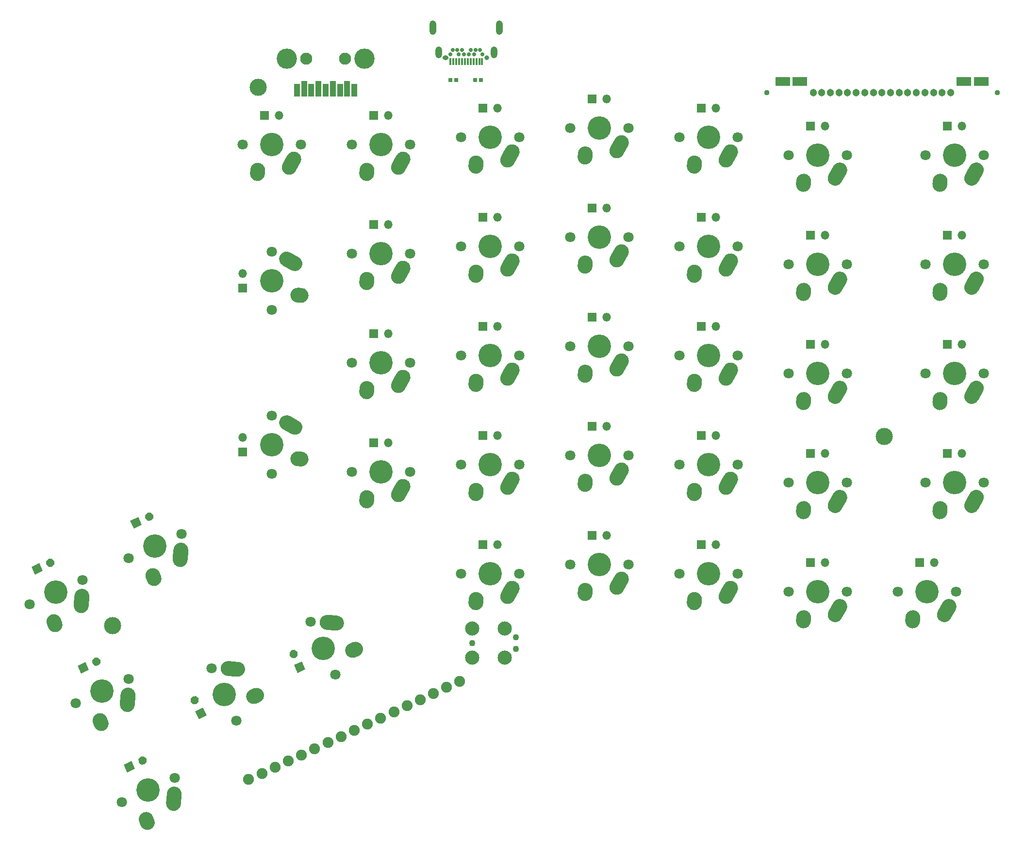
<source format=gts>
G04 #@! TF.GenerationSoftware,KiCad,Pcbnew,5.1.6-c6e7f7d~87~ubuntu20.04.1*
G04 #@! TF.CreationDate,2020-08-07T18:55:31+02:00*
G04 #@! TF.ProjectId,ICEDRight,49434544-5269-4676-9874-2e6b69636164,Rev 1.2b*
G04 #@! TF.SameCoordinates,Original*
G04 #@! TF.FileFunction,Soldermask,Top*
G04 #@! TF.FilePolarity,Negative*
%FSLAX46Y46*%
G04 Gerber Fmt 4.6, Leading zero omitted, Abs format (unit mm)*
G04 Created by KiCad (PCBNEW 5.1.6-c6e7f7d~87~ubuntu20.04.1) date 2020-08-07 18:55:31*
%MOMM*%
%LPD*%
G01*
G04 APERTURE LIST*
%ADD10C,2.101600*%
%ADD11C,3.539600*%
%ADD12R,1.001600X2.251600*%
%ADD13R,1.001600X2.701600*%
%ADD14C,0.801600*%
%ADD15R,0.401600X1.201600*%
%ADD16C,0.701600*%
%ADD17O,1.201600X2.051600*%
%ADD18O,1.201600X2.501600*%
%ADD19O,1.051600X0.801600*%
%ADD20C,1.901600*%
%ADD21C,1.092210*%
%ADD22C,2.476510*%
%ADD23R,2.501600X1.601600*%
%ADD24C,1.301600*%
%ADD25C,0.951610*%
%ADD26C,3.000000*%
%ADD27O,1.501600X1.501600*%
%ADD28R,1.501600X1.501600*%
%ADD29C,0.100000*%
%ADD30C,4.089410*%
%ADD31C,1.803410*%
%ADD32R,0.701600X0.751600*%
G04 APERTURE END LIST*
D10*
G04 #@! TO.C,J1*
X78350000Y-50148000D03*
X85150000Y-50148000D03*
D11*
X74950000Y-50148000D03*
X88550000Y-50148000D03*
D12*
X86750000Y-55593000D03*
X84250000Y-55593000D03*
X81750000Y-55593000D03*
X79250000Y-55593000D03*
X76750000Y-55593000D03*
D13*
X78000000Y-55368000D03*
X80500000Y-55368000D03*
X83000000Y-55368000D03*
X85500000Y-55368000D03*
G04 #@! TD*
D14*
G04 #@! TO.C,P2*
X109899000Y-49936400D03*
D15*
X109049000Y-50596400D03*
X108549000Y-50596400D03*
X108049000Y-50596400D03*
X107549000Y-50596400D03*
X107049000Y-50596400D03*
X106549000Y-50596400D03*
X106049000Y-50596400D03*
X105549000Y-50596400D03*
X105049000Y-50596400D03*
X104549000Y-50596400D03*
X104049000Y-50596400D03*
X103549000Y-50596400D03*
D16*
X103499000Y-49386400D03*
X103899000Y-48586400D03*
X104699000Y-48586400D03*
X104949000Y-49386400D03*
X105499000Y-48586400D03*
X105899000Y-49386400D03*
X106699000Y-49386400D03*
X107099000Y-48586400D03*
X107649000Y-49386400D03*
X107899000Y-48586400D03*
X108699000Y-48586400D03*
X109099000Y-49386400D03*
D17*
X111099000Y-49011400D03*
X101499000Y-49061400D03*
D18*
X112099000Y-44686400D03*
X100499000Y-44686400D03*
D19*
X102699000Y-49936400D03*
G04 #@! TD*
D20*
G04 #@! TO.C,P3*
X68324826Y-175973603D03*
X70626848Y-174900153D03*
X72928869Y-173826702D03*
X75230891Y-172753252D03*
X77532913Y-171679802D03*
X79834935Y-170606351D03*
X82136956Y-169532901D03*
X84438978Y-168459450D03*
X86741000Y-167386000D03*
X89043022Y-166312550D03*
X91345044Y-165239099D03*
X93647065Y-164165649D03*
X95949087Y-163092198D03*
X98251109Y-162018748D03*
X100553131Y-160945298D03*
X102855152Y-159871847D03*
X105157174Y-158798397D03*
G04 #@! TD*
D21*
G04 #@! TO.C,P1*
X107315000Y-152146000D03*
X114935000Y-153162000D03*
X114935000Y-151130000D03*
D22*
X107315000Y-154686000D03*
X113030000Y-154686000D03*
X107315000Y-149606000D03*
X113030000Y-149606000D03*
G04 #@! TD*
D23*
G04 #@! TO.C,LCD1*
X161500000Y-54064000D03*
X164500000Y-54064000D03*
D24*
X166800000Y-56014000D03*
X168300000Y-56014000D03*
X169800000Y-56014000D03*
X171300000Y-56014000D03*
X172800000Y-56014000D03*
X174300000Y-56014000D03*
X175800000Y-56014000D03*
X177300000Y-56014000D03*
X178800000Y-56014000D03*
X180300000Y-56014000D03*
X181800000Y-56014000D03*
X183300000Y-56014000D03*
X184800000Y-56014000D03*
X186300000Y-56014000D03*
X187800000Y-56014000D03*
X189300000Y-56014000D03*
X190800000Y-56014000D03*
D23*
X193100000Y-54064000D03*
X196100000Y-54064000D03*
D25*
X198900000Y-56014000D03*
X158700000Y-56014000D03*
G04 #@! TD*
D26*
G04 #@! TO.C,FID6*
X44577000Y-149098000D03*
G04 #@! TD*
G04 #@! TO.C,FID4*
X179197000Y-116078000D03*
G04 #@! TD*
G04 #@! TO.C,FID2*
X69977000Y-55118000D03*
G04 #@! TD*
D27*
G04 #@! TO.C,D51*
X168910000Y-80972700D03*
D28*
X166370000Y-80972700D03*
G04 #@! TD*
G04 #@! TO.C,D69*
G36*
G01*
X49124255Y-172978577D02*
X49124255Y-172978577D01*
G75*
G02*
X49487409Y-171980819I680456J317302D01*
G01*
X49487409Y-171980819D01*
G75*
G02*
X50485167Y-172343973I317302J-680456D01*
G01*
X50485167Y-172343973D01*
G75*
G02*
X50122013Y-173341731I-680456J-317302D01*
G01*
X50122013Y-173341731D01*
G75*
G02*
X49124255Y-172978577I-317302J680456D01*
G01*
G37*
D29*
G36*
X47139535Y-174732483D02*
G01*
X46504931Y-173371571D01*
X47865843Y-172736967D01*
X48500447Y-174097879D01*
X47139535Y-174732483D01*
G37*
G04 #@! TD*
D27*
G04 #@! TO.C,D66*
X168910000Y-119073000D03*
D28*
X166370000Y-119073000D03*
G04 #@! TD*
D27*
G04 #@! TO.C,D50*
X149860000Y-77797700D03*
D28*
X147320000Y-77797700D03*
G04 #@! TD*
D27*
G04 #@! TO.C,D65*
X149860000Y-115898000D03*
D28*
X147320000Y-115898000D03*
G04 #@! TD*
D27*
G04 #@! TO.C,D49*
X130810000Y-76200000D03*
D28*
X128270000Y-76200000D03*
G04 #@! TD*
D27*
G04 #@! TO.C,D64*
X130810000Y-114300000D03*
D28*
X128270000Y-114300000D03*
G04 #@! TD*
D27*
G04 #@! TO.C,D48*
X111760000Y-77797700D03*
D28*
X109220000Y-77797700D03*
G04 #@! TD*
D27*
G04 #@! TO.C,D67*
X192722000Y-119073000D03*
D28*
X190182000Y-119073000D03*
G04 #@! TD*
D27*
G04 #@! TO.C,D52*
X192722000Y-80972700D03*
D28*
X190182000Y-80972700D03*
G04 #@! TD*
G04 #@! TO.C,D68*
G36*
G01*
X41072455Y-155711577D02*
X41072455Y-155711577D01*
G75*
G02*
X41435609Y-154713819I680456J317302D01*
G01*
X41435609Y-154713819D01*
G75*
G02*
X42433367Y-155076973I317302J-680456D01*
G01*
X42433367Y-155076973D01*
G75*
G02*
X42070213Y-156074731I-680456J-317302D01*
G01*
X42070213Y-156074731D01*
G75*
G02*
X41072455Y-155711577I-317302J680456D01*
G01*
G37*
D29*
G36*
X39087735Y-157465483D02*
G01*
X38453131Y-156104571D01*
X39814043Y-155469967D01*
X40448647Y-156830879D01*
X39087735Y-157465483D01*
G37*
G04 #@! TD*
D27*
G04 #@! TO.C,D53*
X92710000Y-98118000D03*
D28*
X90170000Y-98118000D03*
G04 #@! TD*
D27*
G04 #@! TO.C,D63*
X111760000Y-115898000D03*
D28*
X109220000Y-115898000D03*
G04 #@! TD*
D27*
G04 #@! TO.C,D54*
X111760000Y-96848000D03*
D28*
X109220000Y-96848000D03*
G04 #@! TD*
G04 #@! TO.C,D70*
G36*
G01*
X59216577Y-162795445D02*
X59216577Y-162795445D01*
G75*
G02*
X58218819Y-162432291I-317302J680456D01*
G01*
X58218819Y-162432291D01*
G75*
G02*
X58581973Y-161434533I680456J317302D01*
G01*
X58581973Y-161434533D01*
G75*
G02*
X59579731Y-161797687I317302J-680456D01*
G01*
X59579731Y-161797687D01*
G75*
G02*
X59216577Y-162795445I-680456J-317302D01*
G01*
G37*
D29*
G36*
X60970483Y-164780165D02*
G01*
X59609571Y-165414769D01*
X58974967Y-164053857D01*
X60335879Y-163419253D01*
X60970483Y-164780165D01*
G37*
G04 #@! TD*
D27*
G04 #@! TO.C,D43*
X149860000Y-58747700D03*
D28*
X147320000Y-58747700D03*
G04 #@! TD*
D27*
G04 #@! TO.C,D55*
X130810000Y-95250000D03*
D28*
X128270000Y-95250000D03*
G04 #@! TD*
G04 #@! TO.C,D71*
G36*
G01*
X76478377Y-154739445D02*
X76478377Y-154739445D01*
G75*
G02*
X75480619Y-154376291I-317302J680456D01*
G01*
X75480619Y-154376291D01*
G75*
G02*
X75843773Y-153378533I680456J317302D01*
G01*
X75843773Y-153378533D01*
G75*
G02*
X76841531Y-153741687I317302J-680456D01*
G01*
X76841531Y-153741687D01*
G75*
G02*
X76478377Y-154739445I-680456J-317302D01*
G01*
G37*
D29*
G36*
X78232283Y-156724165D02*
G01*
X76871371Y-157358769D01*
X76236767Y-155997857D01*
X77597679Y-155363253D01*
X78232283Y-156724165D01*
G37*
G04 #@! TD*
D27*
G04 #@! TO.C,D40*
X92710000Y-60020200D03*
D28*
X90170000Y-60020200D03*
G04 #@! TD*
D27*
G04 #@! TO.C,D56*
X149860000Y-96848000D03*
D28*
X147320000Y-96848000D03*
G04 #@! TD*
D27*
G04 #@! TO.C,D72*
X111760000Y-134948000D03*
D28*
X109220000Y-134948000D03*
G04 #@! TD*
D27*
G04 #@! TO.C,D41*
X111760000Y-58747700D03*
D28*
X109220000Y-58747700D03*
G04 #@! TD*
D27*
G04 #@! TO.C,D57*
X168910000Y-100023000D03*
D28*
X166370000Y-100023000D03*
G04 #@! TD*
D27*
G04 #@! TO.C,D73*
X130810000Y-133350000D03*
D28*
X128270000Y-133350000D03*
G04 #@! TD*
D27*
G04 #@! TO.C,D42*
X130810000Y-57150000D03*
D28*
X128270000Y-57150000D03*
G04 #@! TD*
D27*
G04 #@! TO.C,D58*
X192722000Y-100023000D03*
D28*
X190182000Y-100023000D03*
G04 #@! TD*
D27*
G04 #@! TO.C,D74*
X149860000Y-134948000D03*
D28*
X147320000Y-134948000D03*
G04 #@! TD*
D27*
G04 #@! TO.C,D39*
X73660000Y-60020200D03*
D28*
X71120000Y-60020200D03*
G04 #@! TD*
G04 #@! TO.C,D59*
G36*
G01*
X33023155Y-138447577D02*
X33023155Y-138447577D01*
G75*
G02*
X33386309Y-137449819I680456J317302D01*
G01*
X33386309Y-137449819D01*
G75*
G02*
X34384067Y-137812973I317302J-680456D01*
G01*
X34384067Y-137812973D01*
G75*
G02*
X34020913Y-138810731I-680456J-317302D01*
G01*
X34020913Y-138810731D01*
G75*
G02*
X33023155Y-138447577I-317302J680456D01*
G01*
G37*
D29*
G36*
X31038435Y-140201483D02*
G01*
X30403831Y-138840571D01*
X31764743Y-138205967D01*
X32399347Y-139566879D01*
X31038435Y-140201483D01*
G37*
G04 #@! TD*
D27*
G04 #@! TO.C,D75*
X168910000Y-138123000D03*
D28*
X166370000Y-138123000D03*
G04 #@! TD*
D27*
G04 #@! TO.C,D44*
X168910000Y-61925200D03*
D28*
X166370000Y-61925200D03*
G04 #@! TD*
G04 #@! TO.C,D60*
G36*
G01*
X50287555Y-130397577D02*
X50287555Y-130397577D01*
G75*
G02*
X50650709Y-129399819I680456J317302D01*
G01*
X50650709Y-129399819D01*
G75*
G02*
X51648467Y-129762973I317302J-680456D01*
G01*
X51648467Y-129762973D01*
G75*
G02*
X51285313Y-130760731I-680456J-317302D01*
G01*
X51285313Y-130760731D01*
G75*
G02*
X50287555Y-130397577I-317302J680456D01*
G01*
G37*
D29*
G36*
X48302835Y-132151483D02*
G01*
X47668231Y-130790571D01*
X49029143Y-130155967D01*
X49663747Y-131516879D01*
X48302835Y-132151483D01*
G37*
G04 #@! TD*
D27*
G04 #@! TO.C,D76*
X187960000Y-138123000D03*
D28*
X185420000Y-138123000D03*
G04 #@! TD*
D27*
G04 #@! TO.C,D45*
X192722000Y-61925200D03*
D28*
X190182000Y-61925200D03*
G04 #@! TD*
D27*
G04 #@! TO.C,D61*
X67310000Y-116215000D03*
D28*
X67310000Y-118755000D03*
G04 #@! TD*
D27*
G04 #@! TO.C,D46*
X67310000Y-87640200D03*
D28*
X67310000Y-90180200D03*
G04 #@! TD*
D27*
G04 #@! TO.C,D62*
X92710000Y-117168000D03*
D28*
X90170000Y-117168000D03*
G04 #@! TD*
D27*
G04 #@! TO.C,D47*
X92710000Y-79067700D03*
D28*
X90170000Y-79067700D03*
G04 #@! TD*
D30*
G04 #@! TO.C,S33*
X81302900Y-153065000D03*
D31*
X79155999Y-148460956D03*
X83449801Y-157669044D03*
G36*
G01*
X82086468Y-147240535D02*
X83752298Y-147358482D01*
G75*
G02*
X84957978Y-148747906I-91872J-1297552D01*
G01*
X84957978Y-148747906D01*
G75*
G02*
X83568554Y-149953586I-1297552J91872D01*
G01*
X81902724Y-149835638D01*
G75*
G02*
X80697044Y-148446214I91872J1297552D01*
G01*
X80697044Y-148446214D01*
G75*
G02*
X82086468Y-147240534I1297552J-91872D01*
G01*
G37*
G36*
G01*
X85970272Y-152215367D02*
X86511385Y-152006569D01*
G75*
G02*
X88193255Y-152751871I468284J-1213586D01*
G01*
X88193255Y-152751871D01*
G75*
G02*
X87447953Y-154433741I-1213586J-468284D01*
G01*
X86906839Y-154642539D01*
G75*
G02*
X85224969Y-153897237I-468284J1213586D01*
G01*
X85224969Y-153897237D01*
G75*
G02*
X85970271Y-152215367I1213586J468284D01*
G01*
G37*
G04 #@! TD*
D30*
G04 #@! TO.C,S22*
X51963300Y-135219000D03*
D31*
X56567344Y-133072099D03*
X47359256Y-137365901D03*
G36*
G01*
X57787765Y-136002568D02*
X57669818Y-137668398D01*
G75*
G02*
X56280394Y-138874078I-1297552J91872D01*
G01*
X56280394Y-138874078D01*
G75*
G02*
X55074714Y-137484654I91872J1297552D01*
G01*
X55192662Y-135818824D01*
G75*
G02*
X56582086Y-134613144I1297552J-91872D01*
G01*
X56582086Y-134613144D01*
G75*
G02*
X57787766Y-136002568I-91872J-1297552D01*
G01*
G37*
G36*
G01*
X52812933Y-139886372D02*
X53021731Y-140427485D01*
G75*
G02*
X52276429Y-142109355I-1213586J-468284D01*
G01*
X52276429Y-142109355D01*
G75*
G02*
X50594559Y-141364053I-468284J1213586D01*
G01*
X50385761Y-140822939D01*
G75*
G02*
X51131063Y-139141069I1213586J468284D01*
G01*
X51131063Y-139141069D01*
G75*
G02*
X52812933Y-139886371I468284J-1213586D01*
G01*
G37*
G04 #@! TD*
D30*
G04 #@! TO.C,S2*
X91440000Y-65100200D03*
D31*
X96520000Y-65100200D03*
X86360000Y-65100200D03*
G36*
G01*
X96387608Y-68271879D02*
X95576702Y-69731787D01*
G75*
G02*
X93807914Y-70237309I-1137155J631633D01*
G01*
X93807914Y-70237309D01*
G75*
G02*
X93302392Y-68468521I631633J1137155D01*
G01*
X94113298Y-67008613D01*
G75*
G02*
X95882086Y-66503091I1137155J-631633D01*
G01*
X95882086Y-66503091D01*
G75*
G02*
X96387608Y-68271879I-631633J-1137155D01*
G01*
G37*
G36*
G01*
X90237512Y-69689346D02*
X90198064Y-70268002D01*
G75*
G02*
X88811802Y-71477316I-1297788J88474D01*
G01*
X88811802Y-71477316D01*
G75*
G02*
X87602488Y-70091054I88474J1297788D01*
G01*
X87641936Y-69512398D01*
G75*
G02*
X89028198Y-68303084I1297788J-88474D01*
G01*
X89028198Y-68303084D01*
G75*
G02*
X90237512Y-69689346I-88474J-1297788D01*
G01*
G37*
G04 #@! TD*
D30*
G04 #@! TO.C,S12*
X148590000Y-82877700D03*
D31*
X153670000Y-82877700D03*
X143510000Y-82877700D03*
G36*
G01*
X153537608Y-86049379D02*
X152726702Y-87509287D01*
G75*
G02*
X150957914Y-88014809I-1137155J631633D01*
G01*
X150957914Y-88014809D01*
G75*
G02*
X150452392Y-86246021I631633J1137155D01*
G01*
X151263298Y-84786113D01*
G75*
G02*
X153032086Y-84280591I1137155J-631633D01*
G01*
X153032086Y-84280591D01*
G75*
G02*
X153537608Y-86049379I-631633J-1137155D01*
G01*
G37*
G36*
G01*
X147387512Y-87466846D02*
X147348064Y-88045502D01*
G75*
G02*
X145961802Y-89254816I-1297788J88474D01*
G01*
X145961802Y-89254816D01*
G75*
G02*
X144752488Y-87868554I88474J1297788D01*
G01*
X144791936Y-87289898D01*
G75*
G02*
X146178198Y-86080584I1297788J-88474D01*
G01*
X146178198Y-86080584D01*
G75*
G02*
X147387512Y-87466846I-88474J-1297788D01*
G01*
G37*
G04 #@! TD*
D30*
G04 #@! TO.C,S32*
X64038500Y-161117000D03*
D31*
X61891599Y-156512956D03*
X66185401Y-165721044D03*
G36*
G01*
X64822068Y-155292535D02*
X66487898Y-155410482D01*
G75*
G02*
X67693578Y-156799906I-91872J-1297552D01*
G01*
X67693578Y-156799906D01*
G75*
G02*
X66304154Y-158005586I-1297552J91872D01*
G01*
X64638324Y-157887638D01*
G75*
G02*
X63432644Y-156498214I91872J1297552D01*
G01*
X63432644Y-156498214D01*
G75*
G02*
X64822068Y-155292534I1297552J-91872D01*
G01*
G37*
G36*
G01*
X68705872Y-160267367D02*
X69246985Y-160058569D01*
G75*
G02*
X70928855Y-160803871I468284J-1213586D01*
G01*
X70928855Y-160803871D01*
G75*
G02*
X70183553Y-162485741I-1213586J-468284D01*
G01*
X69642439Y-162694539D01*
G75*
G02*
X67960569Y-161949237I-468284J1213586D01*
G01*
X67960569Y-161949237D01*
G75*
G02*
X68705871Y-160267367I1213586J468284D01*
G01*
G37*
G04 #@! TD*
D30*
G04 #@! TO.C,S34*
X110490000Y-140028000D03*
D31*
X115570000Y-140028000D03*
X105410000Y-140028000D03*
G36*
G01*
X115437608Y-143199679D02*
X114626702Y-144659587D01*
G75*
G02*
X112857914Y-145165109I-1137155J631633D01*
G01*
X112857914Y-145165109D01*
G75*
G02*
X112352392Y-143396321I631633J1137155D01*
G01*
X113163298Y-141936413D01*
G75*
G02*
X114932086Y-141430891I1137155J-631633D01*
G01*
X114932086Y-141430891D01*
G75*
G02*
X115437608Y-143199679I-631633J-1137155D01*
G01*
G37*
G36*
G01*
X109287512Y-144617146D02*
X109248064Y-145195802D01*
G75*
G02*
X107861802Y-146405116I-1297788J88474D01*
G01*
X107861802Y-146405116D01*
G75*
G02*
X106652488Y-145018854I88474J1297788D01*
G01*
X106691936Y-144440198D01*
G75*
G02*
X108078198Y-143230884I1297788J-88474D01*
G01*
X108078198Y-143230884D01*
G75*
G02*
X109287512Y-144617146I-88474J-1297788D01*
G01*
G37*
G04 #@! TD*
D30*
G04 #@! TO.C,S35*
X129540000Y-138430000D03*
D31*
X134620000Y-138430000D03*
X124460000Y-138430000D03*
G36*
G01*
X134487608Y-141601679D02*
X133676702Y-143061587D01*
G75*
G02*
X131907914Y-143567109I-1137155J631633D01*
G01*
X131907914Y-143567109D01*
G75*
G02*
X131402392Y-141798321I631633J1137155D01*
G01*
X132213298Y-140338413D01*
G75*
G02*
X133982086Y-139832891I1137155J-631633D01*
G01*
X133982086Y-139832891D01*
G75*
G02*
X134487608Y-141601679I-631633J-1137155D01*
G01*
G37*
G36*
G01*
X128337512Y-143019146D02*
X128298064Y-143597802D01*
G75*
G02*
X126911802Y-144807116I-1297788J88474D01*
G01*
X126911802Y-144807116D01*
G75*
G02*
X125702488Y-143420854I88474J1297788D01*
G01*
X125741936Y-142842198D01*
G75*
G02*
X127128198Y-141632884I1297788J-88474D01*
G01*
X127128198Y-141632884D01*
G75*
G02*
X128337512Y-143019146I-88474J-1297788D01*
G01*
G37*
G04 #@! TD*
D30*
G04 #@! TO.C,S37*
X167640000Y-143203000D03*
D31*
X172720000Y-143203000D03*
X162560000Y-143203000D03*
G36*
G01*
X172587608Y-146374679D02*
X171776702Y-147834587D01*
G75*
G02*
X170007914Y-148340109I-1137155J631633D01*
G01*
X170007914Y-148340109D01*
G75*
G02*
X169502392Y-146571321I631633J1137155D01*
G01*
X170313298Y-145111413D01*
G75*
G02*
X172082086Y-144605891I1137155J-631633D01*
G01*
X172082086Y-144605891D01*
G75*
G02*
X172587608Y-146374679I-631633J-1137155D01*
G01*
G37*
G36*
G01*
X166437512Y-147792146D02*
X166398064Y-148370802D01*
G75*
G02*
X165011802Y-149580116I-1297788J88474D01*
G01*
X165011802Y-149580116D01*
G75*
G02*
X163802488Y-148193854I88474J1297788D01*
G01*
X163841936Y-147615198D01*
G75*
G02*
X165228198Y-146405884I1297788J-88474D01*
G01*
X165228198Y-146405884D01*
G75*
G02*
X166437512Y-147792146I-88474J-1297788D01*
G01*
G37*
G04 #@! TD*
D30*
G04 #@! TO.C,S24*
X91440000Y-122248000D03*
D31*
X96520000Y-122248000D03*
X86360000Y-122248000D03*
G36*
G01*
X96387608Y-125419679D02*
X95576702Y-126879587D01*
G75*
G02*
X93807914Y-127385109I-1137155J631633D01*
G01*
X93807914Y-127385109D01*
G75*
G02*
X93302392Y-125616321I631633J1137155D01*
G01*
X94113298Y-124156413D01*
G75*
G02*
X95882086Y-123650891I1137155J-631633D01*
G01*
X95882086Y-123650891D01*
G75*
G02*
X96387608Y-125419679I-631633J-1137155D01*
G01*
G37*
G36*
G01*
X90237512Y-126837146D02*
X90198064Y-127415802D01*
G75*
G02*
X88811802Y-128625116I-1297788J88474D01*
G01*
X88811802Y-128625116D01*
G75*
G02*
X87602488Y-127238854I88474J1297788D01*
G01*
X87641936Y-126660198D01*
G75*
G02*
X89028198Y-125450884I1297788J-88474D01*
G01*
X89028198Y-125450884D01*
G75*
G02*
X90237512Y-126837146I-88474J-1297788D01*
G01*
G37*
G04 #@! TD*
D30*
G04 #@! TO.C,S25*
X110490000Y-120978000D03*
D31*
X115570000Y-120978000D03*
X105410000Y-120978000D03*
G36*
G01*
X115437608Y-124149679D02*
X114626702Y-125609587D01*
G75*
G02*
X112857914Y-126115109I-1137155J631633D01*
G01*
X112857914Y-126115109D01*
G75*
G02*
X112352392Y-124346321I631633J1137155D01*
G01*
X113163298Y-122886413D01*
G75*
G02*
X114932086Y-122380891I1137155J-631633D01*
G01*
X114932086Y-122380891D01*
G75*
G02*
X115437608Y-124149679I-631633J-1137155D01*
G01*
G37*
G36*
G01*
X109287512Y-125567146D02*
X109248064Y-126145802D01*
G75*
G02*
X107861802Y-127355116I-1297788J88474D01*
G01*
X107861802Y-127355116D01*
G75*
G02*
X106652488Y-125968854I88474J1297788D01*
G01*
X106691936Y-125390198D01*
G75*
G02*
X108078198Y-124180884I1297788J-88474D01*
G01*
X108078198Y-124180884D01*
G75*
G02*
X109287512Y-125567146I-88474J-1297788D01*
G01*
G37*
G04 #@! TD*
D30*
G04 #@! TO.C,S26*
X129540000Y-119380000D03*
D31*
X134620000Y-119380000D03*
X124460000Y-119380000D03*
G36*
G01*
X134487608Y-122551679D02*
X133676702Y-124011587D01*
G75*
G02*
X131907914Y-124517109I-1137155J631633D01*
G01*
X131907914Y-124517109D01*
G75*
G02*
X131402392Y-122748321I631633J1137155D01*
G01*
X132213298Y-121288413D01*
G75*
G02*
X133982086Y-120782891I1137155J-631633D01*
G01*
X133982086Y-120782891D01*
G75*
G02*
X134487608Y-122551679I-631633J-1137155D01*
G01*
G37*
G36*
G01*
X128337512Y-123969146D02*
X128298064Y-124547802D01*
G75*
G02*
X126911802Y-125757116I-1297788J88474D01*
G01*
X126911802Y-125757116D01*
G75*
G02*
X125702488Y-124370854I88474J1297788D01*
G01*
X125741936Y-123792198D01*
G75*
G02*
X127128198Y-122582884I1297788J-88474D01*
G01*
X127128198Y-122582884D01*
G75*
G02*
X128337512Y-123969146I-88474J-1297788D01*
G01*
G37*
G04 #@! TD*
D30*
G04 #@! TO.C,S27*
X148590000Y-120978000D03*
D31*
X153670000Y-120978000D03*
X143510000Y-120978000D03*
G36*
G01*
X153537608Y-124149679D02*
X152726702Y-125609587D01*
G75*
G02*
X150957914Y-126115109I-1137155J631633D01*
G01*
X150957914Y-126115109D01*
G75*
G02*
X150452392Y-124346321I631633J1137155D01*
G01*
X151263298Y-122886413D01*
G75*
G02*
X153032086Y-122380891I1137155J-631633D01*
G01*
X153032086Y-122380891D01*
G75*
G02*
X153537608Y-124149679I-631633J-1137155D01*
G01*
G37*
G36*
G01*
X147387512Y-125567146D02*
X147348064Y-126145802D01*
G75*
G02*
X145961802Y-127355116I-1297788J88474D01*
G01*
X145961802Y-127355116D01*
G75*
G02*
X144752488Y-125968854I88474J1297788D01*
G01*
X144791936Y-125390198D01*
G75*
G02*
X146178198Y-124180884I1297788J-88474D01*
G01*
X146178198Y-124180884D01*
G75*
G02*
X147387512Y-125567146I-88474J-1297788D01*
G01*
G37*
G04 #@! TD*
D30*
G04 #@! TO.C,S28*
X167640000Y-124153000D03*
D31*
X172720000Y-124153000D03*
X162560000Y-124153000D03*
G36*
G01*
X172587608Y-127324679D02*
X171776702Y-128784587D01*
G75*
G02*
X170007914Y-129290109I-1137155J631633D01*
G01*
X170007914Y-129290109D01*
G75*
G02*
X169502392Y-127521321I631633J1137155D01*
G01*
X170313298Y-126061413D01*
G75*
G02*
X172082086Y-125555891I1137155J-631633D01*
G01*
X172082086Y-125555891D01*
G75*
G02*
X172587608Y-127324679I-631633J-1137155D01*
G01*
G37*
G36*
G01*
X166437512Y-128742146D02*
X166398064Y-129320802D01*
G75*
G02*
X165011802Y-130530116I-1297788J88474D01*
G01*
X165011802Y-130530116D01*
G75*
G02*
X163802488Y-129143854I88474J1297788D01*
G01*
X163841936Y-128565198D01*
G75*
G02*
X165228198Y-127355884I1297788J-88474D01*
G01*
X165228198Y-127355884D01*
G75*
G02*
X166437512Y-128742146I-88474J-1297788D01*
G01*
G37*
G04 #@! TD*
D30*
G04 #@! TO.C,S15*
X91440000Y-103198000D03*
D31*
X96520000Y-103198000D03*
X86360000Y-103198000D03*
G36*
G01*
X96387608Y-106369679D02*
X95576702Y-107829587D01*
G75*
G02*
X93807914Y-108335109I-1137155J631633D01*
G01*
X93807914Y-108335109D01*
G75*
G02*
X93302392Y-106566321I631633J1137155D01*
G01*
X94113298Y-105106413D01*
G75*
G02*
X95882086Y-104600891I1137155J-631633D01*
G01*
X95882086Y-104600891D01*
G75*
G02*
X96387608Y-106369679I-631633J-1137155D01*
G01*
G37*
G36*
G01*
X90237512Y-107787146D02*
X90198064Y-108365802D01*
G75*
G02*
X88811802Y-109575116I-1297788J88474D01*
G01*
X88811802Y-109575116D01*
G75*
G02*
X87602488Y-108188854I88474J1297788D01*
G01*
X87641936Y-107610198D01*
G75*
G02*
X89028198Y-106400884I1297788J-88474D01*
G01*
X89028198Y-106400884D01*
G75*
G02*
X90237512Y-107787146I-88474J-1297788D01*
G01*
G37*
G04 #@! TD*
D30*
G04 #@! TO.C,S16*
X110490000Y-101928000D03*
D31*
X115570000Y-101928000D03*
X105410000Y-101928000D03*
G36*
G01*
X115437608Y-105099679D02*
X114626702Y-106559587D01*
G75*
G02*
X112857914Y-107065109I-1137155J631633D01*
G01*
X112857914Y-107065109D01*
G75*
G02*
X112352392Y-105296321I631633J1137155D01*
G01*
X113163298Y-103836413D01*
G75*
G02*
X114932086Y-103330891I1137155J-631633D01*
G01*
X114932086Y-103330891D01*
G75*
G02*
X115437608Y-105099679I-631633J-1137155D01*
G01*
G37*
G36*
G01*
X109287512Y-106517146D02*
X109248064Y-107095802D01*
G75*
G02*
X107861802Y-108305116I-1297788J88474D01*
G01*
X107861802Y-108305116D01*
G75*
G02*
X106652488Y-106918854I88474J1297788D01*
G01*
X106691936Y-106340198D01*
G75*
G02*
X108078198Y-105130884I1297788J-88474D01*
G01*
X108078198Y-105130884D01*
G75*
G02*
X109287512Y-106517146I-88474J-1297788D01*
G01*
G37*
G04 #@! TD*
D30*
G04 #@! TO.C,S17*
X129540000Y-100330000D03*
D31*
X134620000Y-100330000D03*
X124460000Y-100330000D03*
G36*
G01*
X134487608Y-103501679D02*
X133676702Y-104961587D01*
G75*
G02*
X131907914Y-105467109I-1137155J631633D01*
G01*
X131907914Y-105467109D01*
G75*
G02*
X131402392Y-103698321I631633J1137155D01*
G01*
X132213298Y-102238413D01*
G75*
G02*
X133982086Y-101732891I1137155J-631633D01*
G01*
X133982086Y-101732891D01*
G75*
G02*
X134487608Y-103501679I-631633J-1137155D01*
G01*
G37*
G36*
G01*
X128337512Y-104919146D02*
X128298064Y-105497802D01*
G75*
G02*
X126911802Y-106707116I-1297788J88474D01*
G01*
X126911802Y-106707116D01*
G75*
G02*
X125702488Y-105320854I88474J1297788D01*
G01*
X125741936Y-104742198D01*
G75*
G02*
X127128198Y-103532884I1297788J-88474D01*
G01*
X127128198Y-103532884D01*
G75*
G02*
X128337512Y-104919146I-88474J-1297788D01*
G01*
G37*
G04 #@! TD*
D30*
G04 #@! TO.C,S18*
X148590000Y-101928000D03*
D31*
X153670000Y-101928000D03*
X143510000Y-101928000D03*
G36*
G01*
X153537608Y-105099679D02*
X152726702Y-106559587D01*
G75*
G02*
X150957914Y-107065109I-1137155J631633D01*
G01*
X150957914Y-107065109D01*
G75*
G02*
X150452392Y-105296321I631633J1137155D01*
G01*
X151263298Y-103836413D01*
G75*
G02*
X153032086Y-103330891I1137155J-631633D01*
G01*
X153032086Y-103330891D01*
G75*
G02*
X153537608Y-105099679I-631633J-1137155D01*
G01*
G37*
G36*
G01*
X147387512Y-106517146D02*
X147348064Y-107095802D01*
G75*
G02*
X145961802Y-108305116I-1297788J88474D01*
G01*
X145961802Y-108305116D01*
G75*
G02*
X144752488Y-106918854I88474J1297788D01*
G01*
X144791936Y-106340198D01*
G75*
G02*
X146178198Y-105130884I1297788J-88474D01*
G01*
X146178198Y-105130884D01*
G75*
G02*
X147387512Y-106517146I-88474J-1297788D01*
G01*
G37*
G04 #@! TD*
D30*
G04 #@! TO.C,S19*
X167640000Y-105103000D03*
D31*
X172720000Y-105103000D03*
X162560000Y-105103000D03*
G36*
G01*
X172587608Y-108274679D02*
X171776702Y-109734587D01*
G75*
G02*
X170007914Y-110240109I-1137155J631633D01*
G01*
X170007914Y-110240109D01*
G75*
G02*
X169502392Y-108471321I631633J1137155D01*
G01*
X170313298Y-107011413D01*
G75*
G02*
X172082086Y-106505891I1137155J-631633D01*
G01*
X172082086Y-106505891D01*
G75*
G02*
X172587608Y-108274679I-631633J-1137155D01*
G01*
G37*
G36*
G01*
X166437512Y-109692146D02*
X166398064Y-110270802D01*
G75*
G02*
X165011802Y-111480116I-1297788J88474D01*
G01*
X165011802Y-111480116D01*
G75*
G02*
X163802488Y-110093854I88474J1297788D01*
G01*
X163841936Y-109515198D01*
G75*
G02*
X165228198Y-108305884I1297788J-88474D01*
G01*
X165228198Y-108305884D01*
G75*
G02*
X166437512Y-109692146I-88474J-1297788D01*
G01*
G37*
G04 #@! TD*
D30*
G04 #@! TO.C,S10*
X110490000Y-82877700D03*
D31*
X115570000Y-82877700D03*
X105410000Y-82877700D03*
G36*
G01*
X115437608Y-86049379D02*
X114626702Y-87509287D01*
G75*
G02*
X112857914Y-88014809I-1137155J631633D01*
G01*
X112857914Y-88014809D01*
G75*
G02*
X112352392Y-86246021I631633J1137155D01*
G01*
X113163298Y-84786113D01*
G75*
G02*
X114932086Y-84280591I1137155J-631633D01*
G01*
X114932086Y-84280591D01*
G75*
G02*
X115437608Y-86049379I-631633J-1137155D01*
G01*
G37*
G36*
G01*
X109287512Y-87466846D02*
X109248064Y-88045502D01*
G75*
G02*
X107861802Y-89254816I-1297788J88474D01*
G01*
X107861802Y-89254816D01*
G75*
G02*
X106652488Y-87868554I88474J1297788D01*
G01*
X106691936Y-87289898D01*
G75*
G02*
X108078198Y-86080584I1297788J-88474D01*
G01*
X108078198Y-86080584D01*
G75*
G02*
X109287512Y-87466846I-88474J-1297788D01*
G01*
G37*
G04 #@! TD*
D30*
G04 #@! TO.C,S11*
X129540000Y-81280000D03*
D31*
X134620000Y-81280000D03*
X124460000Y-81280000D03*
G36*
G01*
X134487608Y-84451679D02*
X133676702Y-85911587D01*
G75*
G02*
X131907914Y-86417109I-1137155J631633D01*
G01*
X131907914Y-86417109D01*
G75*
G02*
X131402392Y-84648321I631633J1137155D01*
G01*
X132213298Y-83188413D01*
G75*
G02*
X133982086Y-82682891I1137155J-631633D01*
G01*
X133982086Y-82682891D01*
G75*
G02*
X134487608Y-84451679I-631633J-1137155D01*
G01*
G37*
G36*
G01*
X128337512Y-85869146D02*
X128298064Y-86447802D01*
G75*
G02*
X126911802Y-87657116I-1297788J88474D01*
G01*
X126911802Y-87657116D01*
G75*
G02*
X125702488Y-86270854I88474J1297788D01*
G01*
X125741936Y-85692198D01*
G75*
G02*
X127128198Y-84482884I1297788J-88474D01*
G01*
X127128198Y-84482884D01*
G75*
G02*
X128337512Y-85869146I-88474J-1297788D01*
G01*
G37*
G04 #@! TD*
D30*
G04 #@! TO.C,S13*
X167640000Y-86052700D03*
D31*
X172720000Y-86052700D03*
X162560000Y-86052700D03*
G36*
G01*
X172587608Y-89224379D02*
X171776702Y-90684287D01*
G75*
G02*
X170007914Y-91189809I-1137155J631633D01*
G01*
X170007914Y-91189809D01*
G75*
G02*
X169502392Y-89421021I631633J1137155D01*
G01*
X170313298Y-87961113D01*
G75*
G02*
X172082086Y-87455591I1137155J-631633D01*
G01*
X172082086Y-87455591D01*
G75*
G02*
X172587608Y-89224379I-631633J-1137155D01*
G01*
G37*
G36*
G01*
X166437512Y-90641846D02*
X166398064Y-91220502D01*
G75*
G02*
X165011802Y-92429816I-1297788J88474D01*
G01*
X165011802Y-92429816D01*
G75*
G02*
X163802488Y-91043554I88474J1297788D01*
G01*
X163841936Y-90464898D01*
G75*
G02*
X165228198Y-89255584I1297788J-88474D01*
G01*
X165228198Y-89255584D01*
G75*
G02*
X166437512Y-90641846I-88474J-1297788D01*
G01*
G37*
G04 #@! TD*
D30*
G04 #@! TO.C,S36*
X148590000Y-140028000D03*
D31*
X153670000Y-140028000D03*
X143510000Y-140028000D03*
G36*
G01*
X153537608Y-143199679D02*
X152726702Y-144659587D01*
G75*
G02*
X150957914Y-145165109I-1137155J631633D01*
G01*
X150957914Y-145165109D01*
G75*
G02*
X150452392Y-143396321I631633J1137155D01*
G01*
X151263298Y-141936413D01*
G75*
G02*
X153032086Y-141430891I1137155J-631633D01*
G01*
X153032086Y-141430891D01*
G75*
G02*
X153537608Y-143199679I-631633J-1137155D01*
G01*
G37*
G36*
G01*
X147387512Y-144617146D02*
X147348064Y-145195802D01*
G75*
G02*
X145961802Y-146405116I-1297788J88474D01*
G01*
X145961802Y-146405116D01*
G75*
G02*
X144752488Y-145018854I88474J1297788D01*
G01*
X144791936Y-144440198D01*
G75*
G02*
X146178198Y-143230884I1297788J-88474D01*
G01*
X146178198Y-143230884D01*
G75*
G02*
X147387512Y-144617146I-88474J-1297788D01*
G01*
G37*
G04 #@! TD*
D30*
G04 #@! TO.C,S3*
X110490000Y-63827700D03*
D31*
X115570000Y-63827700D03*
X105410000Y-63827700D03*
G36*
G01*
X115437608Y-66999379D02*
X114626702Y-68459287D01*
G75*
G02*
X112857914Y-68964809I-1137155J631633D01*
G01*
X112857914Y-68964809D01*
G75*
G02*
X112352392Y-67196021I631633J1137155D01*
G01*
X113163298Y-65736113D01*
G75*
G02*
X114932086Y-65230591I1137155J-631633D01*
G01*
X114932086Y-65230591D01*
G75*
G02*
X115437608Y-66999379I-631633J-1137155D01*
G01*
G37*
G36*
G01*
X109287512Y-68416846D02*
X109248064Y-68995502D01*
G75*
G02*
X107861802Y-70204816I-1297788J88474D01*
G01*
X107861802Y-70204816D01*
G75*
G02*
X106652488Y-68818554I88474J1297788D01*
G01*
X106691936Y-68239898D01*
G75*
G02*
X108078198Y-67030584I1297788J-88474D01*
G01*
X108078198Y-67030584D01*
G75*
G02*
X109287512Y-68416846I-88474J-1297788D01*
G01*
G37*
G04 #@! TD*
D30*
G04 #@! TO.C,S4*
X129540000Y-62230000D03*
D31*
X134620000Y-62230000D03*
X124460000Y-62230000D03*
G36*
G01*
X134487608Y-65401679D02*
X133676702Y-66861587D01*
G75*
G02*
X131907914Y-67367109I-1137155J631633D01*
G01*
X131907914Y-67367109D01*
G75*
G02*
X131402392Y-65598321I631633J1137155D01*
G01*
X132213298Y-64138413D01*
G75*
G02*
X133982086Y-63632891I1137155J-631633D01*
G01*
X133982086Y-63632891D01*
G75*
G02*
X134487608Y-65401679I-631633J-1137155D01*
G01*
G37*
G36*
G01*
X128337512Y-66819146D02*
X128298064Y-67397802D01*
G75*
G02*
X126911802Y-68607116I-1297788J88474D01*
G01*
X126911802Y-68607116D01*
G75*
G02*
X125702488Y-67220854I88474J1297788D01*
G01*
X125741936Y-66642198D01*
G75*
G02*
X127128198Y-65432884I1297788J-88474D01*
G01*
X127128198Y-65432884D01*
G75*
G02*
X128337512Y-66819146I-88474J-1297788D01*
G01*
G37*
G04 #@! TD*
D30*
G04 #@! TO.C,S5*
X148590000Y-63827700D03*
D31*
X153670000Y-63827700D03*
X143510000Y-63827700D03*
G36*
G01*
X153537608Y-66999379D02*
X152726702Y-68459287D01*
G75*
G02*
X150957914Y-68964809I-1137155J631633D01*
G01*
X150957914Y-68964809D01*
G75*
G02*
X150452392Y-67196021I631633J1137155D01*
G01*
X151263298Y-65736113D01*
G75*
G02*
X153032086Y-65230591I1137155J-631633D01*
G01*
X153032086Y-65230591D01*
G75*
G02*
X153537608Y-66999379I-631633J-1137155D01*
G01*
G37*
G36*
G01*
X147387512Y-68416846D02*
X147348064Y-68995502D01*
G75*
G02*
X145961802Y-70204816I-1297788J88474D01*
G01*
X145961802Y-70204816D01*
G75*
G02*
X144752488Y-68818554I88474J1297788D01*
G01*
X144791936Y-68239898D01*
G75*
G02*
X146178198Y-67030584I1297788J-88474D01*
G01*
X146178198Y-67030584D01*
G75*
G02*
X147387512Y-68416846I-88474J-1297788D01*
G01*
G37*
G04 #@! TD*
D30*
G04 #@! TO.C,S6*
X167640000Y-67005200D03*
D31*
X172720000Y-67005200D03*
X162560000Y-67005200D03*
G36*
G01*
X172587608Y-70176879D02*
X171776702Y-71636787D01*
G75*
G02*
X170007914Y-72142309I-1137155J631633D01*
G01*
X170007914Y-72142309D01*
G75*
G02*
X169502392Y-70373521I631633J1137155D01*
G01*
X170313298Y-68913613D01*
G75*
G02*
X172082086Y-68408091I1137155J-631633D01*
G01*
X172082086Y-68408091D01*
G75*
G02*
X172587608Y-70176879I-631633J-1137155D01*
G01*
G37*
G36*
G01*
X166437512Y-71594346D02*
X166398064Y-72173002D01*
G75*
G02*
X165011802Y-73382316I-1297788J88474D01*
G01*
X165011802Y-73382316D01*
G75*
G02*
X163802488Y-71996054I88474J1297788D01*
G01*
X163841936Y-71417398D01*
G75*
G02*
X165228198Y-70208084I1297788J-88474D01*
G01*
X165228198Y-70208084D01*
G75*
G02*
X166437512Y-71594346I-88474J-1297788D01*
G01*
G37*
G04 #@! TD*
D30*
G04 #@! TO.C,S21*
X34698900Y-143269000D03*
D31*
X39302944Y-141122099D03*
X30094856Y-145415901D03*
G36*
G01*
X40523365Y-144052568D02*
X40405418Y-145718398D01*
G75*
G02*
X39015994Y-146924078I-1297552J91872D01*
G01*
X39015994Y-146924078D01*
G75*
G02*
X37810314Y-145534654I91872J1297552D01*
G01*
X37928262Y-143868824D01*
G75*
G02*
X39317686Y-142663144I1297552J-91872D01*
G01*
X39317686Y-142663144D01*
G75*
G02*
X40523366Y-144052568I-91872J-1297552D01*
G01*
G37*
G36*
G01*
X35548533Y-147936372D02*
X35757331Y-148477485D01*
G75*
G02*
X35012029Y-150159355I-1213586J-468284D01*
G01*
X35012029Y-150159355D01*
G75*
G02*
X33330159Y-149414053I-468284J1213586D01*
G01*
X33121361Y-148872939D01*
G75*
G02*
X33866663Y-147191069I1213586J468284D01*
G01*
X33866663Y-147191069D01*
G75*
G02*
X35548533Y-147936371I468284J-1213586D01*
G01*
G37*
G04 #@! TD*
D30*
G04 #@! TO.C,S31*
X50800000Y-177800000D03*
D31*
X55404044Y-175653099D03*
X46195956Y-179946901D03*
G36*
G01*
X56624465Y-178583568D02*
X56506518Y-180249398D01*
G75*
G02*
X55117094Y-181455078I-1297552J91872D01*
G01*
X55117094Y-181455078D01*
G75*
G02*
X53911414Y-180065654I91872J1297552D01*
G01*
X54029362Y-178399824D01*
G75*
G02*
X55418786Y-177194144I1297552J-91872D01*
G01*
X55418786Y-177194144D01*
G75*
G02*
X56624466Y-178583568I-91872J-1297552D01*
G01*
G37*
G36*
G01*
X51649633Y-182467372D02*
X51858431Y-183008485D01*
G75*
G02*
X51113129Y-184690355I-1213586J-468284D01*
G01*
X51113129Y-184690355D01*
G75*
G02*
X49431259Y-183945053I-468284J1213586D01*
G01*
X49222461Y-183403939D01*
G75*
G02*
X49967763Y-181722069I1213586J468284D01*
G01*
X49967763Y-181722069D01*
G75*
G02*
X51649633Y-182467371I468284J-1213586D01*
G01*
G37*
G04 #@! TD*
D30*
G04 #@! TO.C,S30*
X42748200Y-160533000D03*
D31*
X47352244Y-158386099D03*
X38144156Y-162679901D03*
G36*
G01*
X48572665Y-161316568D02*
X48454718Y-162982398D01*
G75*
G02*
X47065294Y-164188078I-1297552J91872D01*
G01*
X47065294Y-164188078D01*
G75*
G02*
X45859614Y-162798654I91872J1297552D01*
G01*
X45977562Y-161132824D01*
G75*
G02*
X47366986Y-159927144I1297552J-91872D01*
G01*
X47366986Y-159927144D01*
G75*
G02*
X48572666Y-161316568I-91872J-1297552D01*
G01*
G37*
G36*
G01*
X43597833Y-165200372D02*
X43806631Y-165741485D01*
G75*
G02*
X43061329Y-167423355I-1213586J-468284D01*
G01*
X43061329Y-167423355D01*
G75*
G02*
X41379459Y-166678053I-468284J1213586D01*
G01*
X41170661Y-166136939D01*
G75*
G02*
X41915963Y-164455069I1213586J468284D01*
G01*
X41915963Y-164455069D01*
G75*
G02*
X43597833Y-165200371I468284J-1213586D01*
G01*
G37*
G04 #@! TD*
D30*
G04 #@! TO.C,S9*
X91440000Y-84147700D03*
D31*
X96520000Y-84147700D03*
X86360000Y-84147700D03*
G36*
G01*
X96387608Y-87319379D02*
X95576702Y-88779287D01*
G75*
G02*
X93807914Y-89284809I-1137155J631633D01*
G01*
X93807914Y-89284809D01*
G75*
G02*
X93302392Y-87516021I631633J1137155D01*
G01*
X94113298Y-86056113D01*
G75*
G02*
X95882086Y-85550591I1137155J-631633D01*
G01*
X95882086Y-85550591D01*
G75*
G02*
X96387608Y-87319379I-631633J-1137155D01*
G01*
G37*
G36*
G01*
X90237512Y-88736846D02*
X90198064Y-89315502D01*
G75*
G02*
X88811802Y-90524816I-1297788J88474D01*
G01*
X88811802Y-90524816D01*
G75*
G02*
X87602488Y-89138554I88474J1297788D01*
G01*
X87641936Y-88559898D01*
G75*
G02*
X89028198Y-87350584I1297788J-88474D01*
G01*
X89028198Y-87350584D01*
G75*
G02*
X90237512Y-88736846I-88474J-1297788D01*
G01*
G37*
G04 #@! TD*
D30*
G04 #@! TO.C,S38*
X186690000Y-143203000D03*
D31*
X191770000Y-143203000D03*
X181610000Y-143203000D03*
G36*
G01*
X191637608Y-146374679D02*
X190826702Y-147834587D01*
G75*
G02*
X189057914Y-148340109I-1137155J631633D01*
G01*
X189057914Y-148340109D01*
G75*
G02*
X188552392Y-146571321I631633J1137155D01*
G01*
X189363298Y-145111413D01*
G75*
G02*
X191132086Y-144605891I1137155J-631633D01*
G01*
X191132086Y-144605891D01*
G75*
G02*
X191637608Y-146374679I-631633J-1137155D01*
G01*
G37*
G36*
G01*
X185487512Y-147792146D02*
X185448064Y-148370802D01*
G75*
G02*
X184061802Y-149580116I-1297788J88474D01*
G01*
X184061802Y-149580116D01*
G75*
G02*
X182852488Y-148193854I88474J1297788D01*
G01*
X182891936Y-147615198D01*
G75*
G02*
X184278198Y-146405884I1297788J-88474D01*
G01*
X184278198Y-146405884D01*
G75*
G02*
X185487512Y-147792146I-88474J-1297788D01*
G01*
G37*
G04 #@! TD*
D30*
G04 #@! TO.C,S23*
X72390000Y-117485000D03*
D31*
X72390000Y-112405000D03*
X72390000Y-122565000D03*
G36*
G01*
X75561679Y-112537392D02*
X77021587Y-113348298D01*
G75*
G02*
X77527109Y-115117086I-631633J-1137155D01*
G01*
X77527109Y-115117086D01*
G75*
G02*
X75758321Y-115622608I-1137155J631633D01*
G01*
X74298413Y-114811702D01*
G75*
G02*
X73792891Y-113042914I631633J1137155D01*
G01*
X73792891Y-113042914D01*
G75*
G02*
X75561679Y-112537392I1137155J-631633D01*
G01*
G37*
G36*
G01*
X76979146Y-118687488D02*
X77557802Y-118726936D01*
G75*
G02*
X78767116Y-120113198I-88474J-1297788D01*
G01*
X78767116Y-120113198D01*
G75*
G02*
X77380854Y-121322512I-1297788J88474D01*
G01*
X76802198Y-121283064D01*
G75*
G02*
X75592884Y-119896802I88474J1297788D01*
G01*
X75592884Y-119896802D01*
G75*
G02*
X76979146Y-118687488I1297788J-88474D01*
G01*
G37*
G04 #@! TD*
D30*
G04 #@! TO.C,S1*
X72390000Y-65100200D03*
D31*
X77470000Y-65100200D03*
X67310000Y-65100200D03*
G36*
G01*
X77337608Y-68271879D02*
X76526702Y-69731787D01*
G75*
G02*
X74757914Y-70237309I-1137155J631633D01*
G01*
X74757914Y-70237309D01*
G75*
G02*
X74252392Y-68468521I631633J1137155D01*
G01*
X75063298Y-67008613D01*
G75*
G02*
X76832086Y-66503091I1137155J-631633D01*
G01*
X76832086Y-66503091D01*
G75*
G02*
X77337608Y-68271879I-631633J-1137155D01*
G01*
G37*
G36*
G01*
X71187512Y-69689346D02*
X71148064Y-70268002D01*
G75*
G02*
X69761802Y-71477316I-1297788J88474D01*
G01*
X69761802Y-71477316D01*
G75*
G02*
X68552488Y-70091054I88474J1297788D01*
G01*
X68591936Y-69512398D01*
G75*
G02*
X69978198Y-68303084I1297788J-88474D01*
G01*
X69978198Y-68303084D01*
G75*
G02*
X71187512Y-69689346I-88474J-1297788D01*
G01*
G37*
G04 #@! TD*
D30*
G04 #@! TO.C,S8*
X72390000Y-88910200D03*
D31*
X72390000Y-83830200D03*
X72390000Y-93990200D03*
G36*
G01*
X75561679Y-83962592D02*
X77021587Y-84773498D01*
G75*
G02*
X77527109Y-86542286I-631633J-1137155D01*
G01*
X77527109Y-86542286D01*
G75*
G02*
X75758321Y-87047808I-1137155J631633D01*
G01*
X74298413Y-86236902D01*
G75*
G02*
X73792891Y-84468114I631633J1137155D01*
G01*
X73792891Y-84468114D01*
G75*
G02*
X75561679Y-83962592I1137155J-631633D01*
G01*
G37*
G36*
G01*
X76979146Y-90112688D02*
X77557802Y-90152136D01*
G75*
G02*
X78767116Y-91538398I-88474J-1297788D01*
G01*
X78767116Y-91538398D01*
G75*
G02*
X77380854Y-92747712I-1297788J88474D01*
G01*
X76802198Y-92708264D01*
G75*
G02*
X75592884Y-91322002I88474J1297788D01*
G01*
X75592884Y-91322002D01*
G75*
G02*
X76979146Y-90112688I1297788J-88474D01*
G01*
G37*
G04 #@! TD*
D30*
G04 #@! TO.C,S29*
X191452000Y-124153000D03*
D31*
X196532000Y-124153000D03*
X186372000Y-124153000D03*
G36*
G01*
X196399608Y-127324679D02*
X195588702Y-128784587D01*
G75*
G02*
X193819914Y-129290109I-1137155J631633D01*
G01*
X193819914Y-129290109D01*
G75*
G02*
X193314392Y-127521321I631633J1137155D01*
G01*
X194125298Y-126061413D01*
G75*
G02*
X195894086Y-125555891I1137155J-631633D01*
G01*
X195894086Y-125555891D01*
G75*
G02*
X196399608Y-127324679I-631633J-1137155D01*
G01*
G37*
G36*
G01*
X190249512Y-128742146D02*
X190210064Y-129320802D01*
G75*
G02*
X188823802Y-130530116I-1297788J88474D01*
G01*
X188823802Y-130530116D01*
G75*
G02*
X187614488Y-129143854I88474J1297788D01*
G01*
X187653936Y-128565198D01*
G75*
G02*
X189040198Y-127355884I1297788J-88474D01*
G01*
X189040198Y-127355884D01*
G75*
G02*
X190249512Y-128742146I-88474J-1297788D01*
G01*
G37*
G04 #@! TD*
D30*
G04 #@! TO.C,S7*
X191452000Y-67005200D03*
D31*
X196532000Y-67005200D03*
X186372000Y-67005200D03*
G36*
G01*
X196399608Y-70176879D02*
X195588702Y-71636787D01*
G75*
G02*
X193819914Y-72142309I-1137155J631633D01*
G01*
X193819914Y-72142309D01*
G75*
G02*
X193314392Y-70373521I631633J1137155D01*
G01*
X194125298Y-68913613D01*
G75*
G02*
X195894086Y-68408091I1137155J-631633D01*
G01*
X195894086Y-68408091D01*
G75*
G02*
X196399608Y-70176879I-631633J-1137155D01*
G01*
G37*
G36*
G01*
X190249512Y-71594346D02*
X190210064Y-72173002D01*
G75*
G02*
X188823802Y-73382316I-1297788J88474D01*
G01*
X188823802Y-73382316D01*
G75*
G02*
X187614488Y-71996054I88474J1297788D01*
G01*
X187653936Y-71417398D01*
G75*
G02*
X189040198Y-70208084I1297788J-88474D01*
G01*
X189040198Y-70208084D01*
G75*
G02*
X190249512Y-71594346I-88474J-1297788D01*
G01*
G37*
G04 #@! TD*
D30*
G04 #@! TO.C,S14*
X191452000Y-86052700D03*
D31*
X196532000Y-86052700D03*
X186372000Y-86052700D03*
G36*
G01*
X196399608Y-89224379D02*
X195588702Y-90684287D01*
G75*
G02*
X193819914Y-91189809I-1137155J631633D01*
G01*
X193819914Y-91189809D01*
G75*
G02*
X193314392Y-89421021I631633J1137155D01*
G01*
X194125298Y-87961113D01*
G75*
G02*
X195894086Y-87455591I1137155J-631633D01*
G01*
X195894086Y-87455591D01*
G75*
G02*
X196399608Y-89224379I-631633J-1137155D01*
G01*
G37*
G36*
G01*
X190249512Y-90641846D02*
X190210064Y-91220502D01*
G75*
G02*
X188823802Y-92429816I-1297788J88474D01*
G01*
X188823802Y-92429816D01*
G75*
G02*
X187614488Y-91043554I88474J1297788D01*
G01*
X187653936Y-90464898D01*
G75*
G02*
X189040198Y-89255584I1297788J-88474D01*
G01*
X189040198Y-89255584D01*
G75*
G02*
X190249512Y-90641846I-88474J-1297788D01*
G01*
G37*
G04 #@! TD*
D30*
G04 #@! TO.C,S20*
X191452000Y-105103000D03*
D31*
X196532000Y-105103000D03*
X186372000Y-105103000D03*
G36*
G01*
X196399608Y-108274679D02*
X195588702Y-109734587D01*
G75*
G02*
X193819914Y-110240109I-1137155J631633D01*
G01*
X193819914Y-110240109D01*
G75*
G02*
X193314392Y-108471321I631633J1137155D01*
G01*
X194125298Y-107011413D01*
G75*
G02*
X195894086Y-106505891I1137155J-631633D01*
G01*
X195894086Y-106505891D01*
G75*
G02*
X196399608Y-108274679I-631633J-1137155D01*
G01*
G37*
G36*
G01*
X190249512Y-109692146D02*
X190210064Y-110270802D01*
G75*
G02*
X188823802Y-111480116I-1297788J88474D01*
G01*
X188823802Y-111480116D01*
G75*
G02*
X187614488Y-110093854I88474J1297788D01*
G01*
X187653936Y-109515198D01*
G75*
G02*
X189040198Y-108305884I1297788J-88474D01*
G01*
X189040198Y-108305884D01*
G75*
G02*
X190249512Y-109692146I-88474J-1297788D01*
G01*
G37*
G04 #@! TD*
D32*
G04 #@! TO.C,R14*
X104513000Y-53848000D03*
X103513000Y-53848000D03*
G04 #@! TD*
G04 #@! TO.C,R15*
X107831000Y-53848000D03*
X108831000Y-53848000D03*
G04 #@! TD*
M02*

</source>
